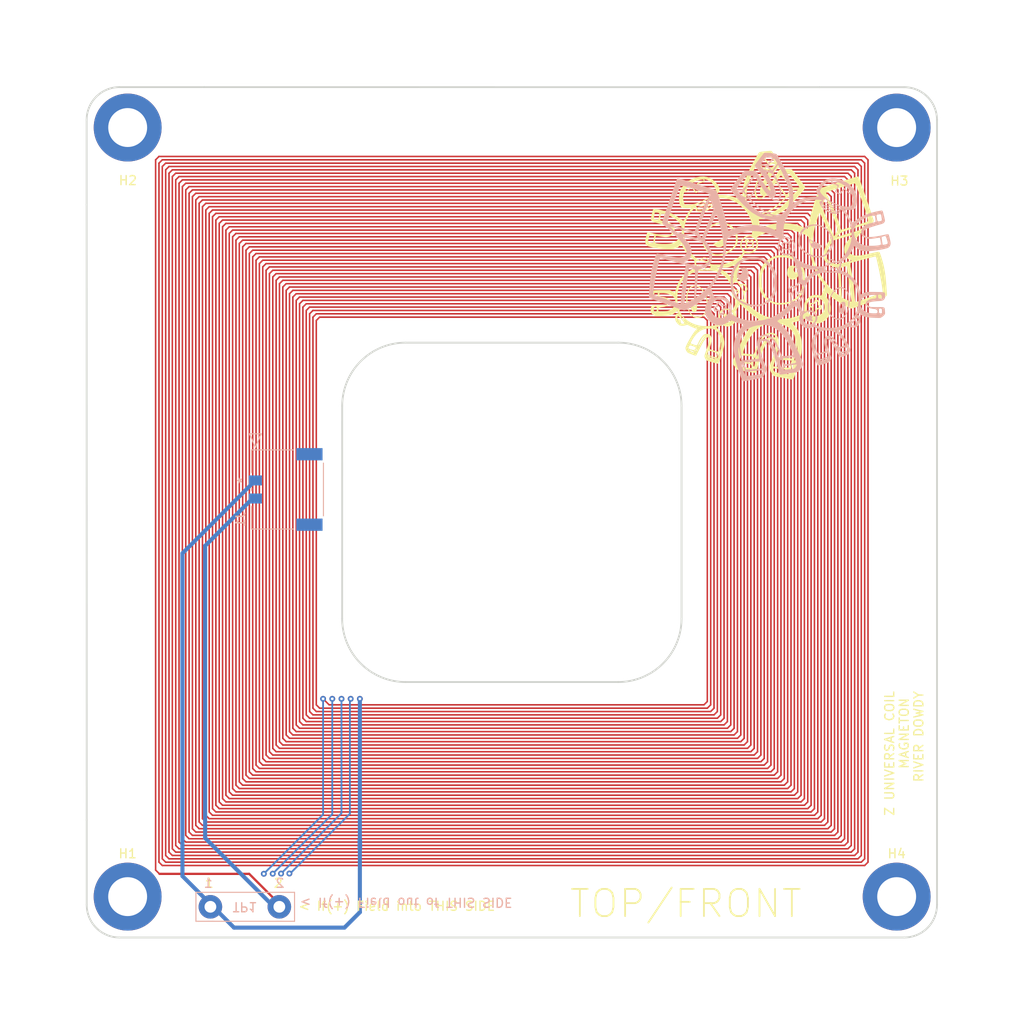
<source format=kicad_pcb>
(kicad_pcb (version 20240108) (generator "pcbnew") (generator_version "8.0")
  (title_block (title "Magneton") (date "2024-10-09") (rev "1.0") (comment 1 "Designed by: Eric Liu      ") (comment 2 "Retrofitted by: River Dowdy"))
  (layers (0 "F.Cu" signal) (1 "In1.Cu" signal) (2 "In2.Cu" signal) (3 "In3.Cu" signal) (4 "In4.Cu" signal) (31 "B.Cu" signal) (34 "B.Paste" user) (35 "F.Paste" user) (36 "B.SilkS" user "B.Silkscreen") (37 "F.SilkS" user "F.Silkscreen") (38 "B.Mask" user) (39 "F.Mask" user) (44 "Edge.Cuts" user))
  (net 0 "")
  (net 2 "COIL_1")
  (net 3 "COIL_2")
  (footprint "IMAGE_FOOTPRINTS:mk3smallmag" (layer "F.Cu") (at 175.204 69.074)
    (property "Reference" "G***" (hide yes))
    (property "Value" "LOGO" (hide yes))
  )
  (footprint "MountingHole:MountingHole_4.3mm_M4_DIN965_Pad_TopBottom" (layer "F.Cu") (at 189.637061 138.94894)
    (property "Reference" "H4" (at 0 -4.75 0) (layer "F.SilkS"))
    (property "Value" "~")
    (pad "1" thru_hole circle (at 0 0) (size 4.7 4.7) (drill 4.3) (layers "*.Cu" "*.Mask"))
    (pad "1" connect circle (at 0 0) (size 7.5 7.5) (layers "F.Cu" "F.Mask"))
    (pad "1" connect circle (at 0 0) (size 7.5 7.5) (layers "B.Cu" "B.Mask"))
  )
  (footprint "MountingHole:MountingHole_4.3mm_M4_DIN965_Pad_TopBottom" (layer "F.Cu") (at 104.641451 53.9418)
    (property "Reference" "H2" (at 0.022549 5.8522 0) (layer "F.SilkS"))
    (property "Value" "~")
    (pad "1" thru_hole circle (at 0 0) (size 4.7 4.7) (drill 4.3) (layers "*.Cu" "*.Mask"))
    (pad "1" connect circle (at 0 0) (size 7.5 7.5) (layers "F.Cu" "F.Mask"))
    (pad "1" connect circle (at 0 0) (size 7.5 7.5) (layers "B.Cu" "B.Mask"))
  )
  (footprint "MountingHole:MountingHole_4.3mm_M4_DIN965_Pad_TopBottom" (layer "F.Cu") (at 104.637051 138.94899)
    (property "Reference" "H1" (at 0 -4.75 0) (layer "F.SilkS"))
    (property "Value" "~" (hide yes))
    (pad "1" thru_hole circle (at 0 0) (size 4.7 4.7) (drill 4.3) (layers "*.Cu" "*.Mask"))
    (pad "1" connect circle (at 0 0) (size 7.5 7.5) (layers "F.Cu" "F.Mask"))
    (pad "1" connect circle (at 0 0) (size 7.5 7.5) (layers "B.Cu" "B.Mask"))
  )
  (footprint "MountingHole:MountingHole_4.3mm_M4_DIN965_Pad_TopBottom" (layer "F.Cu") (at 189.636861 53.94874)
    (property "Reference" "H3" (at 0.297139 5.89526 0) (layer "F.SilkS"))
    (property "Value" "~")
    (pad "1" thru_hole circle (at 0 0) (size 4.7 4.7) (drill 4.3) (layers "*.Cu" "*.Mask"))
    (pad "1" connect circle (at 0 0) (size 7.5 7.5) (layers "F.Cu" "F.Mask"))
    (pad "1" connect circle (at 0 0) (size 7.5 7.5) (layers "B.Cu" "B.Mask"))
  )
  (footprint "ssi_connector:TestPointConnection" (layer "B.Cu") (at 117.604 139.574)
    (property "Reference" "TP1" (at 0 0.5 180) (layer "B.SilkS") (effects (justify mirror)))
    (property "Value" "Start/End of Coil Series" (hide yes))
    (pad "1" thru_hole circle (at -3.82 0.5) (size 2.6 2.6) (drill 1.3) (layers "*.Cu" "*.Mask") (net 2 "COIL_1"))
    (pad "2" thru_hole circle (at 3.8 0.5) (size 2.6 2.6) (drill 1.3) (layers "*.Cu" "*.Mask") (net 3 "COIL_2"))
  )
  (footprint "ssi_connector:Molex_205338-0002" (layer "B.Cu") (at 118.754001 92.945501 90)
    (property "Reference" "J1" (at -4.305002 -1.625001 90) (layer "B.SilkS") (effects (justify mirror)))
    (property "Value" "2053380002" (hide yes))
    (fp_text user "*" (at -0.01 -1.43 90) (layer "B.SilkS") (effects (justify mirror)))
    (pad "1" smd rect (at 0 0 90) (size 1.1 1.45) (layers "B.Cu" "B.Paste" "B.Mask") (net 2 "COIL_1"))
    (pad "2" smd rect (at -2.000001 0 90) (size 1.1 1.45) (layers "B.Cu" "B.Paste" "B.Mask") (net 3 "COIL_2"))
    (pad "3" smd rect (at 2.894998 5.974999 90) (size 1.35 2.899999) (layers "B.Cu" "B.Paste" "B.Mask"))
    (pad "4" smd rect (at -4.894997 5.974999 90) (size 1.35 2.899999) (layers "B.Cu" "B.Paste" "B.Mask"))
  )
  (footprint "NetTie:NetTie-2_SMD_Pad0.5mm" (layer "B.Cu") (at 130.304 133.174 90)
    (property "Reference" "NT1" (hide yes))
    (property "Value" "NetTie_2" (hide yes))
    (fp_poly (pts (xy -0.5 0.25) (xy 0.5 0.25) (xy 0.5 -0.25) (xy -0.5 -0.25)) (fill solid) (layer "B.Cu"))
    (pad "1" smd circle (at -0.5 0 90) (size 0.5 0.5) (layers "B.Cu") (net 2 "COIL_1"))
    (pad "2" smd circle (at 0.5 0 90) (size 0.5 0.5) (layers "B.Cu") (net 3 "COIL_2"))
  )
  (footprint "IMAGE_FOOTPRINTS:mk3smallmag" (layer "B.Cu") (at 175.604 69.274 180)
    (property "Reference" "G***" (hide yes))
    (property "Value" "LOGO" (hide yes))
  )
  (gr_line (start 113.104 49.474) (end 103.731 49.474) (stroke (width 0.2)) (layer "Edge.Cuts"))
  (gr_line (start 100.104142 53.100879) (end 100.104142 62.473878) (stroke (width 0.2)) (layer "Edge.Cuts"))
  (gr_line (start 158.859162 77.718744) (end 135.353012 77.718744) (stroke (width 0.2)) (layer "Edge.Cuts"))
  (gr_line (start 128.353058 84.71775) (end 128.349861 108.228033) (stroke (width 0.2)) (layer "Edge.Cuts"))
  (gr_curve (pts (xy 100.112 139.846884) (xy 100.112001 141.850114) (xy 101.72777 143.465881) (xy 103.731 143.465881)) (stroke (width 0.2)) (layer "Edge.Cuts"))
  (gr_arc (start 128.353058 84.71775) (mid 130.403634 79.76865) (end 135.353012 77.718744) (stroke (width 0.2)) (layer "Edge.Cuts"))
  (gr_line (start 165.859131 108.228972) (end 165.859131 84.70814) (stroke (width 0.2)) (layer "Edge.Cuts"))
  (gr_curve (pts (xy 101.166416 50.536289) (xy 100.486146 51.216564) (xy 100.104136 52.138829) (xy 100.104142 53.100879)) (stroke (width 0.2)) (layer "Edge.Cuts"))
  (gr_arc (start 158.859162 77.718744) (mid 163.805137 79.765263) (end 165.859131 84.70814) (stroke (width 0.2)) (layer "Edge.Cuts"))
  (gr_curve (pts (xy 190.477001 143.465881) (xy 192.480231 143.465881) (xy 194.096 141.850114) (xy 194.096001 139.846884)) (stroke (width 0.2)) (layer "Edge.Cuts"))
  (gr_line (start 135.349862 115.228985) (end 158.867488 115.228985) (stroke (width 0.2)) (layer "Edge.Cuts"))
  (gr_line (start 190.477001 49.481858) (end 181.104001 49.481858) (stroke (width 0.2)) (layer "Edge.Cuts"))
  (gr_curve (pts (xy 103.731 49.474) (xy 102.76895 49.474) (xy 101.846686 49.856016) (xy 101.166416 50.536289)) (stroke (width 0.2)) (layer "Edge.Cuts"))
  (gr_line (start 194.096001 139.846884) (end 194.096001 53.100879) (stroke (width 0.2)) (layer "Edge.Cuts"))
  (gr_arc (start 135.349862 115.228985) (mid 130.399787 113.178387) (end 128.349861 108.228033) (stroke (width 0.2)) (layer "Edge.Cuts"))
  (gr_curve (pts (xy 193.036028 50.541846) (xy 192.357231 49.863043) (xy 191.43697 49.481858) (xy 190.477001 49.481858)) (stroke (width 0.2)) (layer "Edge.Cuts"))
  (gr_line (start 181.104001 49.481858) (end 113.104 49.474) (stroke (width 0.2)) (layer "Edge.Cuts"))
  (gr_line (start 100.104142 62.473878) (end 100.112 130.47386) (stroke (width 0.2)) (layer "Edge.Cuts"))
  (gr_line (start 100.112 130.47386) (end 100.112 139.846884) (stroke (width 0.2)) (layer "Edge.Cuts"))
  (gr_arc (start 165.859131 108.228972) (mid 163.811833 113.17577) (end 158.867488 115.228985) (stroke (width 0.2)) (layer "Edge.Cuts"))
  (gr_curve (pts (xy 194.096001 53.100879) (xy 194.096006 52.14091) (xy 193.714827 51.220649) (xy 193.036028 50.541846)) (stroke (width 0.2)) (layer "Edge.Cuts"))
  (gr_line (start 103.731 143.465881) (end 190.477001 143.465881) (stroke (width 0.2)) (layer "Edge.Cuts"))
  (gr_text "2\n" (at 120.904 138.049 -0) (layer "B.SilkS") (effects (font (size 1 1)) (justify right bottom mirror)))
  (gr_text "< If(+) Field out of THIS SIDE" (at 147.2565 139.0015 180) (layer "B.SilkS") (effects (font (size 1 1)) (justify right bottom mirror)))
  (gr_text "1" (at 112.9665 138.049 -0) (layer "B.SilkS") (effects (font (size 1 1)) (justify right bottom mirror)))
  (gr_text "TOP/FRONT\n\n" (at 179.324 146.304 0) (layer "F.SilkS") (effects (font (size 3 3) (thickness 0.2)) (justify right bottom)))
  (gr_text "1" (at 114.2365 138.049 0) (layer "F.SilkS") (effects (font (size 1 1)) (justify right bottom)))
  (gr_text "2\n" (at 121.8565 138.049 0) (layer "F.SilkS") (effects (font (size 1 1)) (justify right bottom)))
  (gr_text "< If(+) Field into THIS SIDE" (at 145.3515 140.589 0) (layer "F.SilkS") (effects (font (size 1 1)) (justify right bottom)))
  (gr_text "Z UNIVERSAL COIL\nMAGNETON \nRIVER DOWDY" (at 192.659 116.1415 90) (layer "F.SilkS") (effects (font (size 1 1)) (justify right bottom)))
  (segment (start 128.604 142.374) (end 116.394 142.374) (width 0.45) (layer "B.Cu") (net 2))
  (segment (start 110.694 136.674) (end 110.694 101.005502) (width 0.45) (layer "B.Cu") (net 2))
  (segment (start 130.304 140.674) (end 128.604 142.374) (width 0.45) (layer "B.Cu") (net 2))
  (segment (start 110.694 101.005502) (end 118.754001 92.945501) (width 0.45) (layer "B.Cu") (net 2))
  (segment (start 116.394 142.374) (end 113.794 139.774) (width 0.45) (layer "B.Cu") (net 2))
  (segment (start 113.794 139.774) (end 110.694 136.674) (width 0.45) (layer "B.Cu") (net 2))
  (segment (start 130.304 133.674) (end 130.304 140.674) (width 0.45) (layer "B.Cu") (net 2))
  (segment (start 117.349 126.629) (end 116.979 126.259) (width 0.17) (layer "F.Cu") (net 3))
  (segment (start 114.759 129.219) (end 114.389 128.849) (width 0.17) (layer "F.Cu") (net 3))
  (segment (start 112.909 62.689) (end 112.909 130.329) (width 0.17) (layer "F.Cu") (net 3))
  (segment (start 170.189 73.049) (end 170.559 73.419) (width 0.17) (layer "F.Cu") (net 3))
  (segment (start 182.028999 61.209) (end 182.398999 61.579) (width 0.17) (layer "F.Cu") (net 3))
  (segment (start 186.469 57.509) (end 186.469 135.139) (width 0.17) (layer "F.Cu") (net 3))
  (segment (start 180.549 129.219) (end 180.179 129.589) (width 0.17) (layer "F.Cu") (net 3))
  (segment (start 112.909 61.949) (end 181.289 61.949) (width 0.17) (layer "F.Cu") (net 3))
  (segment (start 174.999 124.409) (end 119.569 124.409) (width 0.17) (layer "F.Cu") (net 3))
  (segment (start 120.679 123.299) (end 120.309 122.929) (width 0.17) (layer "F.Cu") (net 3))
  (segment (start 169.448999 73.789) (end 169.819 74.159) (width 0.17) (layer "F.Cu") (net 3))
  (segment (start 183.138999 60.839) (end 183.138999 131.809) (width 0.17) (layer "F.Cu") (net 3))
  (segment (start 111.429 60.469) (end 182.768999 60.469) (width 0.17) (layer "F.Cu") (net 3))
  (segment (start 179.439 128.849) (end 115.129 128.849) (width 0.17) (layer "F.Cu") (net 3))
  (segment (start 110.689 60.469) (end 110.689 132.549) (width 0.17) (layer "F.Cu") (net 3))
  (segment (start 109.949 58.989) (end 184.249 58.989) (width 0.17) (layer "F.Cu") (net 3))
  (segment (start 118.074 136.434) (end 121.414 139.774) (width 0.25) (layer "F.Cu") (net 3))
  (segment (start 125.489 117.748999) (end 125.489 75.269) (width 0.17) (layer "F.Cu") (net 3))
  (segment (start 184.619 58.619) (end 184.989 58.989) (width 0.17) (layer "F.Cu") (net 3))
  (segment (start 108.839 58.619) (end 109.209 58.249) (width 0.17) (layer "F.Cu") (net 3))
  (segment (start 186.469 135.139) (end 186.099 135.509) (width 0.17) (layer "F.Cu") (net 3))
  (segment (start 170.559 72.679) (end 170.929 73.049) (width 0.17) (layer "F.Cu") (net 3))
  (segment (start 118.089 67.129) (end 176.109 67.129) (width 0.17) (layer "F.Cu") (net 3))
  (segment (start 180.179 129.589) (end 114.389 129.589) (width 0.17) (layer "F.Cu") (net 3))
  (segment (start 178.698999 128.109) (end 115.869 128.109) (width 0.17) (layer "F.Cu") (net 3))
  (segment (start 119.939 124.039) (end 119.569 123.669) (width 0.17) (layer "F.Cu") (net 3))
  (segment (start 111.429 61.209) (end 111.799 60.839) (width 0.17) (layer "F.Cu") (net 3))
  (segment (start 184.619 134.029) (end 109.949 134.029) (width 0.17) (layer "F.Cu") (net 3))
  (segment (start 114.019 129.959) (end 113.649 129.589) (width 0.17) (layer "F.Cu") (net 3))
  (segment (start 177.959 66.019) (end 177.959 126.629) (width 0.17) (layer "F.Cu") (net 3))
  (segment (start 179.809 129.219) (end 114.759 129.219) (width 0.17) (layer "F.Cu") (net 3))
  (segment (start 124.749 119.229) (end 124.379 118.859) (width 0.17) (layer "F.Cu") (net 3))
  (segment (start 125.119 74.159) (end 169.078999 74.159) (width 0.17) (layer "F.Cu") (net 3))
  (segment (start 183.508999 132.179) (end 183.138999 132.549) (width 0.17) (layer "F.Cu") (net 3))
  (segment (start 183.879 133.289) (end 110.689 133.289) (width 0.17) (layer "F.Cu") (net 3))
  (segment (start 180.549 129.959) (end 114.019 129.959) (width 0.17) (layer "F.Cu") (net 3))
  (segment (start 125.859 118.119) (end 125.489 117.749) (width 0.17) (layer "F.Cu") (net 3))
  (segment (start 120.309 69.349) (end 173.888999 69.349) (width 0.17) (layer "F.Cu") (net 3))
  (segment (start 169.078999 74.899) (end 169.078999 117.749) (width 0.17) (layer "F.Cu") (net 3))
  (segment (start 169.819 118.489) (end 169.448999 118.859) (width 0.17) (layer "F.Cu") (net 3))
  (segment (start 112.539 62.319) (end 112.539 130.699) (width 0.17) (layer "F.Cu") (net 3))
  (segment (start 177.589 126.999) (end 116.979 126.999) (width 0.17) (layer "F.Cu") (net 3))
  (segment (start 118.089 67.869) (end 118.459 67.499) (width 0.17) (layer "F.Cu") (net 3))
  (segment (start 124.749 74.529) (end 124.749 118.489) (width 0.17) (layer "F.Cu") (net 3))
  (segment (start 172.039 71.199) (end 172.409 71.569) (width 0.17) (layer "F.Cu") (net 3))
  (segment (start 113.649 63.429) (end 114.019 63.059) (width 0.17) (layer "F.Cu") (net 3))
  (segment (start 172.779 121.449) (end 172.409 121.819) (width 0.17) (layer "F.Cu") (net 3))
  (segment (start 184.619 133.289) (end 184.249 133.659) (width 0.17) (layer "F.Cu") (net 3))
  (segment (start 177.959 126.629) (end 177.589 126.999) (width 0.17) (layer "F.Cu") (net 3))
  (segment (start 174.629 68.609) (end 174.999 68.979) (width 0.17) (layer "F.Cu") (net 3))
  (segment (start 125.489 118.489) (end 125.119 118.119) (width 0.17) (layer "F.Cu") (net 3))
  (segment (start 176.479 67.499) (end 176.479 125.149) (width 0.17) (layer "F.Cu") (net 3))
  (segment (start 185.359 134.029) (end 184.989 134.399) (width 0.17) (layer "F.Cu") (net 3))
  (segment (start 184.249 133.659) (end 110.319 133.659) (width 0.17) (layer "F.Cu") (net 3))
  (segment (start 172.409 71.569) (end 172.409 121.079) (width 0.17) (layer "F.Cu") (net 3))
  (segment (start 183.509 132.919) (end 111.059 132.919) (width 0.17) (layer "F.Cu") (net 3))
  (segment (start 122.159 121.819) (end 121.789 121.449) (width 0.17) (layer "F.Cu") (net 3))
  (segment (start 109.579 134.399) (end 109.209 134.029) (width 0.17) (layer "F.Cu") (net 3))
  (segment (start 122.159 71.939) (end 122.529 71.569) (width 0.17) (layer "F.Cu") (net 3))
  (segment (start 119.939 69.719) (end 119.939 123.299) (width 0.17) (layer "F.Cu") (net 3))
  (segment (start 173.148999 70.089) (end 173.518999 70.459) (width 0.17) (layer "F.Cu") (net 3))
  (segment (start 109.209 134.029) (end 109.209 58.989) (width 0.17) (layer "F.Cu") (net 3))
  (segment (start 168.708999 74.529) (end 169.078999 74.899) (width 0.17) (layer "F.Cu") (net 3))
  (segment (start 182.768999 132.179) (end 111.799 132.179) (width 0.17) (layer "F.Cu") (net 3))
  (segment (start 181.659 62.319) (end 181.659 130.329) (width 0.17) (layer "F.Cu") (net 3))
  (segment (start 108.469 135.509) (end 108.099 135.139) (width 0.17) (layer "F.Cu") (net 3))
  (segment (start 125.119 118.859) (end 124.749 118.489) (width 0.17) (layer "F.Cu") (net 3))
  (segment (start 170.559 73.419) (end 170.559 119.229) (width 0.17) (layer "F.Cu") (net 3))
  (segment (start 115.499 65.279) (end 115.499 127.739) (width 0.17) (layer "F.Cu") (net 3))
  (segment (start 173.149 70.829) (end 173.149 121.819) (width 0.17) (layer "F.Cu") (net 3))
  (segment (start 178.698999 65.279) (end 178.698999 127.369) (width 0.17) (layer "F.Cu") (net 3))
  (segment (start 180.919 62.319) (end 181.289 62.689) (width 0.17) (layer "F.Cu") (net 3))
  (segment (start 170.929 120.339) (end 123.639 120.339) (width 0.17) (layer "F.Cu") (net 3))
  (segment (start 171.299 120.709) (end 123.269 120.709) (width 0.17) (layer "F.Cu") (net 3))
  (segment (start 172.779 122.189) (end 121.789 122.189) (width 0.17) (layer "F.Cu") (net 3))
  (segment (start 173.518999 70.459) (end 173.518999 122.189) (width 0.17) (layer "F.Cu") (net 3))
  (segment (start 175.369 124.779) (end 119.199 124.779) (width 0.17) (layer "F.Cu") (net 3))
  (segment (start 177.958999 65.279) (end 178.328999 65.649) (width 0.17) (layer "F.Cu") (net 3))
  (segment (start 168.709 75.269) (end 168.709 117.379) (width 0.17) (layer "F.Cu") (net 3))
  (segment (start 174.629 123.299) (end 174.259 123.669) (width 0.17) (layer "F.Cu") (net 3))
  (segment (start 115.499 128.479) (end 115.129 128.109) (width 0.17) (layer "F.Cu") (net 3))
  (segment (start 111.429 61.209) (end 111.429 131.809) (width 0.17) (layer "F.Cu") (net 3))
  (segment (start 115.499 64.539) (end 178.698999 64.539) (width 0.17) (layer "F.Cu") (net 3))
  (segment (start 116.609 66.389) (end 116.979 66.019) (width 0.17) (layer "F.Cu") (net 3))
  (segment (start 174.259 68.979) (end 174.629 69.349) (width 0.17) (layer "F.Cu") (net 3))
  (segment (start 116.609 66.389) (end 116.609 126.629) (width 0.17) (layer "F.Cu") (net 3))
  (segment (start 180.179 63.799) (end 180.179 128.849) (width 0.17) (layer "F.Cu") (net 3))
  (segment (start 169.819 74.159) (end 169.819 118.489) (width 0.17) (layer "F.Cu") (net 3))
  (segment (start 179.809 64.169) (end 179.809 128.479) (width 0.17) (layer "F.Cu") (net 3))
  (segment (start 172.779 71.199) (end 172.779 121.449) (width 0.17) (layer "F.Cu") (net 3))
  (segment (start 114.389 63.429) (end 179.809 63.429) (width 0.17) (layer "F.Cu") (net 3))
  (segment (start 123.639 73.419) (end 124.009 73.049) (width 0.17) (layer "F.Cu") (net 3))
  (segment (start 114.759 64.539) (end 115.129 64.169) (width 0.17) (layer "F.Cu") (net 3))
  (segment (start 116.239 65.279) (end 177.958999 65.279) (width 0.17) (layer "F.Cu") (net 3))
  (segment (start 183.509 59.729) (end 183.879 60.099) (width 0.17) (layer "F.Cu") (net 3))
  (segment (start 179.809 63.429) (end 180.179 63.799) (width 0.17) (layer "F.Cu") (net 3))
  (segment (start 184.249 132.919) (end 183.879 133.289) (width 0.17) (layer "F.Cu") (net 3))
  (segment (start 169.078999 118.489) (end 125.489 118.489) (width 0.17) (layer "F.Cu") (net 3))
  (segment (start 122.899 72.679) (end 123.269 72.309) (width 0.17) (layer "F.Cu") (net 3))
  (segment (start 120.679 70.459) (end 121.049 70.089) (width 0.17) (layer "F.Cu") (net 3))
  (segment (start 116.609 127.369) (end 116.239 126.999) (width 0.17) (layer "F.Cu") (net 3))
  (segment (start 111.799 61.579) (end 112.169 61.209) (width 0.17) (layer "F.Cu") (net 3))
  (segment (start 115.129 64.169) (end 179.069 64.169) (width 0.17) (layer "F.Cu") (net 3))
  (segment (start 183.879 132.549) (end 183.509 132.919) (width 0.17) (layer "F.Cu") (net 3))
  (segment (start 172.409 121.819) (end 122.159 121.819) (width 0.17) (layer "F.Cu") (net 3))
  (segment (start 177.219 66.019) (end 177.589 66.389) (width 0.17) (layer "F.Cu") (net 3))
  (segment (start 178.698999 127.369) (end 178.328999 127.739) (width 0.17) (layer "F.Cu") (net 3))
  (segment (start 168.709 117.379) (end 168.339 117.749) (width 0.17) (layer "F.Cu") (net 3))
  (segment (start 172.409 121.079) (end 172.039 121.449) (width 0.17) (layer "F.Cu") (net 3))
  (segment (start 176.849 67.129) (end 176.849 125.519) (width 0.17) (layer "F.Cu") (net 3))
  (segment (start 185.359 57.879) (end 185.729 58.249) (width 0.17) (layer "F.Cu") (net 3))
  (segment (start 173.888999 69.349) (end 174.258999 69.719) (width 0.17) (layer "F.Cu") (net 3))
  (segment (start 172.039 121.449) (end 122.529 121.449) (width 0.17) (layer "F.Cu") (net 3))
  (segment (start 124.379 73.419) (end 169.819 73.419) (width 0.17) (layer "F.Cu") (net 3))
  (segment (start 179.069 128.479) (end 115.499 128.479) (width 0.17) (layer "F.Cu") (net 3))
  (segment (start 172.779 70.459) (end 173.149 70.829) (width 0.17) (layer "F.Cu") (net 3))
  (segment (start 119.939 68.979) (end 174.259 68.979) (width 0.17) (layer "F.Cu") (net 3))
  (segment (start 122.899 121.079) (end 122.529 120.709) (width 0.17) (layer "F.Cu") (net 3))
  (segment (start 124.379 74.159) (end 124.749 73.789) (width 0.17) (layer "F.Cu") (net 3))
  (segment (start 110.689 60.469) (end 111.059 60.099) (width 0.17) (layer "F.Cu") (net 3))
  (segment (start 112.909 62.689) (end 113.279 62.319) (width 0.17) (layer "F.Cu") (net 3))
  (segment (start 124.009 73.789) (end 124.009 119.229) (width 0.17) (layer "F.Cu") (net 3))
  (segment (start 118.459 68.239) (end 118.829 67.869) (width 0.17) (layer "F.Cu") (net 3))
  (segment (start 112.539 62.319) (end 112.909 61.949) (width 0.17) (layer "F.Cu") (net 3))
  (segment (start 113.279 63.059) (end 113.649 62.689) (width 0.17) (layer "F.Cu") (net 3))
  (segment (start 178.328999 126.999) (end 177.958999 127.369) (width 0.17) (layer "F.Cu") (net 3))
  (segment (start 172.039 71.939) (end 172.039 120.709) (width 0.17) (layer "F.Cu") (net 3))
  (segment (start 182.768999 61.209) (end 182.768999 131.439) (width 0.17) (layer "F.Cu") (net 3))
  (segment (start 186.099 57.139) (end 186.469 57.509) (width 0.17) (layer "F.Cu") (net 3))
  (segment (start 185.729 58.249) (end 185.729 134.399) (width 0.17) (layer "F.Cu") (net 3))
  (segment (start 112.169 61.949) (end 112.539 61.579) (width 0.17) (layer "F.Cu") (net 3))
  (segment (start 181.289 129.959) (end 180.919 130.329) (width 0.17) (layer "F.Cu") (net 3))
  (segment (start 171.299 72.679) (end 171.299 119.969) (width 0.17) (layer "F.Cu") (net 3))
  (segment (start 115.129 64.909) (end 115.499 64.539) (width 0.17) (layer "F.Cu") (net 3))
  (segment (start 111.059 132.919) (end 110.689 132.549) (width 0.17) (layer "F.Cu") (net 3))
  (segment (start 182.398999 131.809) (end 112.169 131.809) (width 0.17) (layer "F.Cu") (net 3))
  (segment (start 113.649 63.429) (end 113.649 129.589) (width 0.17) (layer "F.Cu") (net 3))
  (segment (start 173.888999 122.559) (end 173.518999 122.929) (width 0.17) (layer "F.Cu") (net 3))
  (segment (start 175.739 125.149) (end 118.829 125.149) (width 0.17) (layer "F.Cu") (net 3))
  (segment (start 118.829 125.149) (end 118.459 124.779) (width 0.17) (layer "F.Cu") (net 3))
  (segment (start 169.819 73.419) (end 170.189 73.789) (width 0.17) (layer "F.Cu") (net 3))
  (segment (start 111.059 60.839) (end 111.059 132.179) (width 0.17) (layer "F.Cu") (net 3))
  (segment (start 174.999 123.669) (end 174.629 124.039) (width 0.17) (layer "F.Cu") (net 3))
  (segment (start 120.679 69.719) (end 173.518999 69.719) (width 0.17) (layer "F.Cu") (net 3))
  (segment (start 124.749 73.789) (end 169.448999 73.789) (width 0.17) (layer "F.Cu") (net 3))
  (segment (start 183.138999 132.549) (end 111.429 132.549) (width 0.17) (layer "F.Cu") (net 3))
  (segment (start 183.879 59.359) (end 184.249 59.729) (width 0.17) (layer "F.Cu") (net 3))
  (segment (start 111.059 60.099) (end 183.138999 60.099) (width 0.17) (layer "F.Cu") (net 3))
  (segment (start 121.789 71.569) (end 122.159 71.199) (width 0.17) (layer "F.Cu") (net 3))
  (segment (start 109.579 58.619) (end 184.619 58.619) (width 0.17) (layer "F.Cu") (net 3))
  (segment (start 169.448999 118.119) (end 169.078999 118.489) (width 0.17) (layer "F.Cu") (net 3))
  (segment (start 125.119 74.899) (end 125.119 118.119) (width 0.17) (layer "F.Cu") (net 3))
  (segment (start 184.989 133.659) (end 184.619 134.029) (width 0.17) (layer "F.Cu") (net 3))
  (segment (start 182.768999 60.469) (end 183.138999 60.839) (width 0.17) (layer "F.Cu") (net 3))
  (segment (start 125.489 74.529) (end 168.708999 74.529) (width 0.17) (layer "F.Cu") (net 3))
  (segment (start 175.369 68.609) (end 175.369 124.039) (width 0.17) (layer "F.Cu") (net 3))
  (segment (start 109.579 59.359) (end 109.579 133.658999) (width 0.17) (layer "F.Cu") (net 3))
  (segment (start 177.589 65.649) (end 177.959 66.019) (width 0.17) (layer "F.Cu") (net 3))
  (segment (start 116.979 66.759) (end 116.979 126.259) (width 0.17) (layer "F.Cu") (net 3))
  (segment (start 119.199 68.239) (end 174.999 68.239) (width 0.17) (layer "F.Cu") (net 3))
  (segment (start 176.109 125.519) (end 118.459 125.519) (width 0.17) (layer "F.Cu") (net 3))
  (segment (start 114.389 64.169) (end 114.759 63.799) (width 0.17) (layer "F.Cu") (net 3))
  (segment (start 177.219 126.629) (end 117.349 126.629) (width 0.17) (layer "F.Cu") (net 3))
  (segment (start 180.179 128.849) (end 179.809 129.219) (width 0.17) (layer "F.Cu") (net 3))
  (segment (start 124.009 73.049) (end 170.189 73.049) (width 0.17) (layer "F.Cu") (net 3))
  (segment (start 117.719 67.499) (end 117.719 125.519) (width 0.17) (layer "F.Cu") (net 3))
  (segment (start 114.759 63.799) (end 179.439 63.799) (width 0.17) (layer "F.Cu") (net 3))
  (segment (start 170.559 119.969) (end 124.009 119.969) (width 0.17) (layer "F.Cu") (net 3))
  (segment (start 176.479 125.889) (end 118.089 125.889) (width 0.17) (layer "F.Cu") (net 3))
  (segment (start 110.319 59.359) (end 183.879 59.359) (width 0.17) (layer "F.Cu") (net 3))
  (segment (start 180.919 129.589) (end 180.549 129.959) (width 0.17) (layer "F.Cu") (net 3))
  (segment (start 175.739 67.499) (end 176.109 67.869) (width 0.17) (layer "F.Cu") (net 3))
  (segment (start 182.768999 131.439) (end 182.398999 131.809) (width 0.17) (layer "F.Cu") (net 3))
  (segment (start 182.398999 61.579) (end 182.398999 131.069) (width 0.17) (layer "F.Cu") (net 3))
  (segment (start 170.929 73.049) (end 170.929 119.599) (width 0.17) (layer "F.Cu") (net 3))
  (segment (start 121.789 71.569) (end 121.789 121.449) (width 0.17) (layer "F.Cu") (net 3))
  (segment (start 185.729 57.509) (end 186.099 57.879) (width 0.17) (layer "F.Cu") (net 3))
  (segment (start 118.089 125.889) (end 117.719 125.519) (width 0.17) (layer "F.Cu") (net 3))
  (segment (start 168.708999 118.119) (end 125.859 118.119) (width 0.17) (layer "F.Cu") (net 3))
  (segment (start 124.009 119.969) (end 123.639 119.599) (width 0.17) (layer "F.Cu") (net 3))
  (segment (start 176.109 124.779) (end 175.739 125.149) (width 0.17) (layer "F.Cu") (net 3))
  (segment (start 181.659 131.069) (end 112.909 131.069) (width 0.17) (layer "F.Cu") (net 3))
  (segment (start 121.049 70.829) (end 121.049 122.188999) (width 0.17) (layer "F.Cu") (net 3))
  (segment (start 179.069 127.739) (end 178.698999 128.109) (width 0.17) (layer "F.Cu") (net 3))
  (segment (start 176.479 66.759) (end 176.849 67.129) (width 0.17) (layer "F.Cu") (net 3))
  (segment (start 178.328999 127.739) (end 116.239 127.739) (width 0.17) (layer "F.Cu") (net 3))
  (segment (start 176.849 125.519) (end 176.479 125.889) (width 0.17) (layer "F.Cu") (net 3))
  (segment (start 107.944 136.224) (end 108.154 136.434) (width 0.17) (layer "F.Cu") (net 3))
  (segment (start 119.569 69.349) (end 119.569 123.669) (width 0.17) (layer "F.Cu") (net 3))
  (segment (start 173.518999 122.929) (end 121.049 122.929) (width 0.17) (layer "F.Cu") (net 3))
  (segment (start 173.888999 123.299) (end 120.679 123.299) (width 0.17) (layer "F.Cu") (net 3))
  (segment (start 107.944 136.224) (end 107.729 136.009) (width 0.17) (layer "F.Cu") (net 3))
  (segment (start 184.989 58.249) (end 185.359 58.619) (width 0.17) (layer "F.Cu") (net 3))
  (segment (start 109.949 59.729) (end 109.949 133.288999) (width 0.17) (layer "F.Cu") (net 3))
  (segment (start 181.289 61.949) (end 181.659 62.319) (width 0.17) (layer "F.Cu") (net 3))
  (segment (start 119.569 68.609) (end 174.629 68.609) (width 0.17) (layer "F.Cu") (net 3))
  (segment (start 123.269 72.309) (end 170.929 72.309) (width 0.17) (layer "F.Cu") (net 3))
  (segment (start 118.829 67.869) (end 175.369 67.869) (width 0.17) (layer "F.Cu") (net 3))
  (segment (start 122.529 121.449) (end 122.159 121.079) (width 0.17) (layer "F.Cu") (net 3))
  (segment (start 112.909 131.069) (end 112.539 130.699) (width 0.17) (layer "F.Cu") (net 3))
  (segment (start 109.209 58.249) (end 184.989 58.249) (width 0.17) (layer "F.Cu") (net 3))
  (segment (start 118.829 68.609) (end 118.829 124.408999) (width 0.17) (layer "F.Cu") (net 3))
  (segment (start 117.719 126.259) (end 117.349 125.889) (width 0.17) (layer "F.Cu") (net 3))
  (segment (start 119.199 68.979) (end 119.199 124.038999) (width 0.17) (layer "F.Cu") (net 3))
  (segment (start 115.129 128.849) (end 114.759 128.479) (width 0.17) (layer "F.Cu") (net 3))
  (segment (start 118.459 68.239) (end 118.459 124.779) (width 0.17) (layer "F.Cu") (net 3))
  (segment (start 122.899 72.679) (end 122.899 120.339) (width 0.17) (layer "F.Cu") (net 3))
  (segment (start 125.859 74.899) (end 168.339 74.899) (width 0.17) (layer "F.Cu") (net 3))
  (segment (start 184.249 59.729) (end 184.249 132.919) (width 0.17) (layer "F.Cu") (net 3))
  (segment (start 122.529 72.309) (end 122.899 71.939) (width 0.17) (layer "F.Cu") (net 3))
  (segment (start 110.319 133.659) (end 109.949 133.289) (width 0.17) (layer "F.Cu") (net 3))
  (segment (start 172.039 120.709) (end 171.669 121.079) (width 0.17) (layer "F.Cu") (net 3))
  (segment (start 117.349 67.129) (end 117.719 66.759) (width 0.17) (layer "F.Cu") (net 3))
  (segment (start 185.359 134.769) (end 109.209 134.769) (width 0.17) (layer "F.Cu") (net 3))
  (segment (start 125.119 74.899) (end 125.489 74.529) (width 0.17) (layer "F.Cu") (net 3))
  (segment (start 122.159 71.199) (end 172.039 71.199) (width 0.17) (layer "F.Cu") (net 3))
  (segment (start 184.619 59.359) (end 184.619 133.289) (width 0.17) (layer "F.Cu") (net 3))
  (segment (start 169.448999 118.859) (end 125.119 118.859) (width 0.17) (layer "F.Cu") (net 3))
  (segment (start 121.419 122.559) (end 121.049 122.189) (width 0.17) (layer "F.Cu") (net 3))
  (segment (start 111.799 61.579) (end 111.799 131.438999) (width 0.17) (layer "F.Cu") (net 3))
  (segment (start 179.439 63.799) (end 179.809 64.169) (width 0.17) (layer "F.Cu") (net 3))
  (segment (start 122.529 72.309) (end 122.529 120.709) (width 0.17) (layer "F.Cu") (net 3))
  (segment (start 185.359 58.619) (end 185.359 134.029) (width 0.17) (layer "F.Cu") (net 3))
  (segment (start 108.099 135.139) (end 108.099 57.879) (width 0.17) (layer "F.Cu") (net 3))
  (segment (start 123.639 72.679) (end 170.559 72.679) (width 0.17) (layer "F.Cu") (net 3))
  (segment (start 121.049 122.929) (end 120.679 122.559) (width 0.17) (layer "F.Cu") (net 3))
  (segment (start 119.199 68.979) (end 119.569 68.609) (width 0.17) (layer "F.Cu") (net 3))
  (segment (start 121.419 70.459) (end 172.779 70.459) (width 0.17) (layer "F.Cu") (net 3))
  (segment (start 178.698999 64.539) (end 179.069 64.909) (width 0.17) (layer "F.Cu") (net 3))
  (segment (start 173.148999 122.559) (end 121.419 122.559) (width 0.17) (layer "F.Cu") (net 3))
  (segment (start 108.469 58.249) (end 108.839 57.879) (width 0.17) (layer "F.Cu") (net 3))
  (segment (start 174.629 124.039) (end 119.939 124.039) (width 0.17) (layer "F.Cu") (net 3))
  (segment (start 170.189 118.859) (end 169.819 119.229) (width 0.17) (layer "F.Cu") (net 3))
  (segment (start 114.019 63.799) (end 114.019 129.218999) (width 0.17) (layer "F.Cu") (net 3))
  (segment (start 110.689 133.289) (end 110.319 132.919) (width 0.17) (layer "F.Cu") (net 3))
  (segment (start 121.049 70.089) (end 173.148999 70.089) (width 0.17) (layer "F.Cu") (net 3))
  (segment (start 174.999 68.979) (end 174.999 123.669) (width 0.17) (layer "F.Cu") (net 3))
  (segment (start 174.258999 122.929) (end 173.888999 123.299) (width 0.17) (layer "F.Cu") (net 3))
  (segment (start 180.919 130.329) (end 113.649 130.329) (width 0.17) (layer "F.Cu") (net 3))
  (segment (start 184.989 134.399) (end 109.579 134.399) (width 0.17) (layer "F.Cu") (net 3))
  (segment (start 124.009 73.789) (end 124.379 73.419) (width 0.17) (layer "F.Cu") (net 3))
  (segment (start 180.919 63.059) (end 180.919 129.589) (width 0.17) (layer "F.Cu") (net 3))
  (segment (start 185.729 134.399) (end 185.359 134.769) (width 0.17) (layer "F.Cu") (net 3))
  (segment (start 113.649 130.329) (end 113.279 129.959) (width 0.17) (layer "F.Cu") (net 3))
  (segment (start 121.789 122.189) (end 121.419 121.819) (width 0.17) (layer "F.Cu") (net 3))
  (segment (start 114.019 63.059) (end 180.179 63.059) (width 0.17) (layer "F.Cu") (net 3))
  (segment (start 176.109 67.129) (end 176.479 67.499) (width 0.17) (layer "F.Cu") (net 3))
  (segment (start 186.099 134.769) (end 185.729 135.139) (width 0.17) (layer "F.Cu") (net 3))
  (segment (start 181.289 62.689) (end 181.289 129.959) (width 0.17) (layer "F.Cu") (net 3))
  (segment (start 182.398999 131.069) (end 182.028999 131.439) (width 0.17) (layer "F.Cu") (net 3))
  (segment (start 177.219 66.759) (end 177.219 125.889) (width 0.17) (layer "F.Cu") (net 3))
  (segment (start 183.508999 60.469) (end 183.508999 132.179) (width 0.17) (layer "F.Cu") (net 3))
  (segment (start 174.258999 69.719) (end 174.258999 122.929) (width 0.17) (layer "F.Cu") (net 3))
  (segment (start 182.398999 60.839) (end 182.768999 61.209) (width 0.17) (layer "F.Cu") (net 3))
  (segment (start 183.138999 60.099) (end 183.508999 60.469) (width 0.17) (layer "F.Cu") (net 3))
  (segment (start 109.949 134.029) (end 109.579 133.659) (width 0.17) (layer "F.Cu") (net 3))
  (segment (start 175.739 124.409) (end 175.369 124.779) (width 0.17) (layer "F.Cu") (net 3))
  (segment (start 110.319 60.099) (end 110.319 132.919) (width 0.17) (layer "F.Cu") (net 3))
  (segment (start 121.419 71.199) (end 121.789 70.829) (width 0.17) (layer "F.Cu") (net 3))
  (segment (start 119.569 69.349) (end 119.939 68.979) (width 0.17) (layer "F.Cu") (net 3))
  (segment (start 170.189 73.789) (end 170.189 118.859) (width 0.17) (layer "F.Cu") (net 3))
  (segment (start 109.579 59.359) (end 109.949 58.989) (width 0.17) (layer "F.Cu") (net 3))
  (segment (start 123.639 120.339) (end 123.269 119.969) (width 0.17) (layer "F.Cu") (net 3))
  (segment (start 179.809 128.479) (end 179.439 128.849) (width 0.17) (layer "F.Cu") (net 3))
  (segment (start 174.999 68.239) (end 175.369 68.609) (width 0.17) (layer "F.Cu") (net 3))
  (segment (start 123.269 73.049) (end 123.269 119.968999) (width 0.17) (layer "F.Cu") (net 3))
  (segment (start 181.659 61.579) (end 182.029 61.949) (width 0.17) (layer "F.Cu") (net 3))
  (segment (start 122.159 71.939) (end 122.159 121.079) (width 0.17) (layer "F.Cu") (net 3))
  (segment (start 118.089 67.869) (end 118.089 125.149) (width 0.17) (layer "F.Cu") (net 3))
  (segment (start 111.429 132.549) (end 111.059 132.179) (width 0.17) (layer "F.Cu") (net 3))
  (segment (start 173.149 121.819) (end 172.779 122.189) (width 0.17) (layer "F.Cu") (net 3))
  (segment (start 107.729 136.009) (end 107.729 57.509) (width 0.17) (layer "F.Cu") (net 3))
  (segment (start 113.279 62.319) (end 180.919 62.319) (width 0.17) (layer "F.Cu") (net 3))
  (segment (start 171.669 72.309) (end 171.669 120.339) (width 0.17) (layer "F.Cu") (net 3))
  (segment (start 183.879 60.099) (end 183.879 132.549) (width 0.17) (layer "F.Cu") (net 3))
  (segment (start 107.729 57.509) (end 108.099 57.139) (width 0.17) (layer "F.Cu") (net 3))
  (segment (start 177.589 126.259) (end 177.219 126.629) (width 0.17) (layer "F.Cu") (net 3))
  (segment (start 175.369 67.869) (end 175.739 68.239) (width 0.17) (layer "F.Cu") (net 3))
  (segment (start 108.839 134.399) (end 108.839 58.619) (width 0.17) (layer "F.Cu") (net 3))
  (segment (start 120.309 70.089) (end 120.679 69.719) (width 0.17) (layer "F.Cu") (net 3))
  (segment (start 117.349 66.389) (end 176.849 66.389) (width 0.17) (layer "F.Cu") (net 3))
  (segment (start 180.549 63.429) (end 180.549 129.219) (width 0.17) (layer "F.Cu") (net 3))
  (segment (start 112.169 61.949) (end 112.169 131.069) (width 0.17) (layer "F.Cu") (net 3))
  (segment (start 170.929 119.599) (end 170.559 119.969) (width 0.17) (layer "F.Cu") (net 3))
  (segment (start 119.199 124.779) (end 118.829 124.409) (width 0.17) (layer "F.Cu") (net 3))
  (segment (start 111.799 132.179) (end 111.429 131.809) (width 0.17) (layer "F.Cu") (net 3))
  (segment (start 179.069 64.169) (end 179.439 64.539) (width 0.17) (layer "F.Cu") (net 3))
  (segment (start 168.339 117.749) (end 126.905 117.749) (width 0.17) (layer "F.Cu") (net 3))
  (segment (start 181.659 130.329) (end 181.289 130.699) (width 0.17) (layer "F.Cu") (net 3))
  (segment (start 169.819 119.229) (end 124.749 119.229) (width 0.17) (layer "F.Cu") (net 3))
  (segment (start 115.869 65.649) (end 115.869 127.369) (width 0.17) (layer "F.Cu") (net 3))
  (segment (start 121.049 70.829) (end 121.419 70.459) (width 0.17) (layer "F.Cu") (net 3))
  (segment (start 116.239 66.019) (end 116.239 126.998999) (width 0.17) (layer "F.Cu") (net 3))
  (segment (start 124.379 74.159) (end 124.379 118.859) (width 0.17) (layer "F.Cu") (net 3))
  (segment (start 174.629 69.349) (end 174.629 123.299) (width 0.17) (layer "F.Cu") (net 3))
  (segment (start 123.269 120.709) (end 122.899 120.339) (width 0.17) (layer "F.Cu") (net 3))
  (segment (start 184.989 58.989) (end 184.989 133.659) (width 0.17) (layer "F.Cu") (net 3))
  (segment (start 113.279 130.699) (end 112.909 130.329) (width 0.17) (layer "F.Cu") (net 3))
  (segment (start 177.219 125.889) (end 176.849 126.259) (width 0.17) (layer "F.Cu") (net 3))
  (segment (start 116.979 66.019) (end 177.219 66.019) (width 0.17) (layer "F.Cu") (net 3))
  (segment (start 117.349 67.129) (end 117.349 125.889) (width 0.17) (layer "F.Cu") (net 3))
  (segment (start 123.639 73.419) (end 123.639 119.598999) (width 0.17) (layer "F.Cu") (net 3))
  (segment (start 177.589 66.389) (end 177.589 126.259) (width 0.17) (layer "F.Cu") (net 3))
  (segment (start 170.559 119.229) (end 170.189 119.599) (width 0.17) (layer "F.Cu") (net 3))
  (segment (start 108.099 57.139) (end 186.099 57.139) (width 0.17) (layer "F.Cu") (net 3))
  (segment (start 175.739 68.239) (end 175.739 124.409) (width 0.17) (layer "F.Cu") (net 3))
  (segment (start 115.869 64.909) (end 178.328999 64.909) (width 0.17) (layer "F.Cu") (net 3))
  (segment (start 124.749 74.529) (end 125.119 74.159) (width 0.17) (layer "F.Cu") (net 3))
  (segment (start 123.269 73.049) (end 123.639 72.679) (width 0.17) (layer "F.Cu") (net 3))
  (segment (start 176.849 66.389) (end 177.219 66.759) (width 0.17) (layer "F.Cu") (net 3))
  (segment (start 108.469 57.509) (end 185.729 57.509) (width 0.17) (layer "F.Cu") (net 3))
  (segment (start 170.929 72.309) (end 171.299 72.679) (width 0.17) (layer "F.Cu") (net 3))
  (segment (start 122.529 71.569) (end 171.669 71.569) (width 0.17) (layer "F.Cu") (net 3))
  (segment (start 115.869 65.649) (end 116.239 65.279) (width 0.17) (layer "F.Cu") (net 3))
  (segment (start 114.759 64.539) (end 114.759 128.479) (width 0.17) (layer "F.Cu") (net 3))
  (segment (start 108.839 57.879) (end 185.359 57.879) (width 0.17) (layer "F.Cu") (net 3))
  (segment (start 169.078999 74.159) (end 169.448999 74.529) (width 0.17) (layer "F.Cu") (net 3))
  (segment (start 171.299 119.969) (end 170.929 120.339) (width 0.17) (layer "F.Cu") (net 3))
  (segment (start 171.299 71.939) (end 171.669 72.309) (width 0.17) (layer "F.Cu") (net 3))
  (segment (start 176.849 126.259) (end 117.719 126.259) (width 0.17) (layer "F.Cu") (net 3))
  (segment (start 113.279 63.059) (end 113.279 129.959) (width 0.17) (layer "F.Cu") (net 3))
  (segment (start 182.029 130.699) (end 181.659 131.069) (width 0.17) (layer "F.Cu") (net 3))
  (segment (start 186.099 135.509) (end 108.469 135.509) (width 0.17) (layer "F.Cu") (net 3))
  (segment (start 121.789 70.829) (end 172.409 70.829) (width 0.17) (layer "F.Cu") (net 3))
  (segment (start 183.138999 131.809) (end 182.768999 132.179) (width 0.17) (layer "F.Cu") (net 3))
  (segment (start 119.939 69.719) (end 120.309 69.349) (width 0.17) (layer "F.Cu") (net 3))
  (segment (start 116.239 127.739) (end 115.869 127.369) (width 0.17) (layer "F.Cu") (net 3))
  (segment (start 112.539 61.579) (end 181.659 61.579) (width 0.17) (layer "F.Cu") (net 3))
  (segment (start 109.209 134.769) (end 108.839 134.399) (width 0.17) (layer "F.Cu") (net 3))
  (segment (start 179.439 128.109) (end 179.069 128.479) (width 0.17) (layer "F.Cu") (net 3))
  (segment (start 114.389 129.589) (end 114.019 129.219) (width 0.17) (layer "F.Cu") (net 3))
  (segment (start 109.949 59.729) (end 110.319 59.359) (width 0.17) (layer "F.Cu") (net 3))
  (segment (start 171.669 121.079) (end 122.899 121.079) (width 0.17) (layer "F.Cu") (net 3))
  (segment (start 124.379 119.599) (end 124.009 119.229) (width 0.17) (layer "F.Cu") (net 3))
  (segment (start 117.719 66.759) (end 176.479 66.759) (width 0.17) (layer "F.Cu") (net 3))
  (segment (start 173.518999 69.719) (end 173.888999 70.089) (width 0.17) (layer "F.Cu") (net 3))
  (segment (start 115.869 128.109) (end 115.499 127.739) (width 0.17) (layer "F.Cu") (net 3))
  (segment (start 110.319 60.099) (end 110.689 59.729) (width 0.17) (layer "F.Cu") (net 3))
  (segment (start 171.669 71.569) (end 172.039 71.939) (width 0.17) (layer "F.Cu") (net 3))
  (segment (start 178.328999 65.649) (end 178.328999 126.999) (width 0.17) (layer "F.Cu") (net 3))
  (segment (start 112.539 131.439) (end 112.169 131.069) (width 0.17) (layer "F.Cu") (net 3))
  (segment (start 108.154 136.434) (end 118.074 136.434) (width 0.25) (layer "F.Cu") (net 3))
  (segment (start 109.209 58.989) (end 109.579 58.619) (width 0.17) (layer "F.Cu") (net 3))
  (segment (start 114.389 64.169) (end 114.389 128.848999) (width 0.17) (layer "F.Cu") (net 3))
  (segment (start 120.309 70.089) (end 120.309 122.929) (width 0.17) (layer "F.Cu") (net 3))
  (segment (start 170.189 119.599) (end 124.379 119.599) (width 0.17) (layer "F.Cu") (net 3))
  (segment (start 112.169 131.809) (end 111.799 131.439) (width 0.17) (layer "F.Cu") (net 3))
  (segment (start 125.489 75.269) (end 125.859 74.899) (width 0.17) (layer "F.Cu") (net 3))
  (segment (start 116.979 126.999) (end 116.609 126.629) (width 0.17) (layer "F.Cu") (net 3))
  (segment (start 186.099 57.879) (end 186.099 134.769) (width 0.17) (layer "F.Cu") (net 3))
  (segment (start 184.249 58.989) (end 184.619 59.359) (width 0.17) (layer "F.Cu") (net 3))
  (segment (start 169.078999 117.749) (end 168.708999 118.119) (width 0.17) (layer "F.Cu") (net 3))
  (segment (start 176.109 67.869) (end 176.109 124.779) (width 0.17) (layer "F.Cu") (net 3))
  (segment (start 112.169 61.209) (end 182.028999 61.209) (width 0.17) (layer "F.Cu") (net 3))
  (segment (start 182.028999 131.439) (end 112.539 131.439) (width 0.17) (layer "F.Cu") (net 3))
  (segment (start 120.679 70.459) (end 120.679 122.559) (width 0.17) (layer "F.Cu") (net 3))
  (segment (start 120.309 123.669) (end 119.939 123.299) (width 0.17) (layer "F.Cu") (net 3))
  (segment (start 176.479 125.149) (end 176.109 125.519) (width 0.17) (layer "F.Cu") (net 3))
  (segment (start 115.129 64.909) (end 115.129 128.109) (width 0.17) (layer "F.Cu") (net 3))
  (segment (start 185.729 135.139) (end 108.839 135.139) (width 0.17) (layer "F.Cu") (net 3))
  (segment (start 174.259 123.669) (end 120.309 123.669) (width 0.17) (layer "F.Cu") (net 3))
  (segment (start 172.409 70.829) (end 172.779 71.199) (width 0.17) (layer "F.Cu") (net 3))
  (segment (start 111.799 60.839) (end 182.398999 60.839) (width 0.17) (layer "F.Cu") (net 3))
  (segment (start 178.328999 64.909) (end 178.698999 65.279) (width 0.17) (layer "F.Cu") (net 3))
  (segment (start 126.905 117.749) (end 126.24 117.084) (width 0.17) (layer "F.Cu") (net 3))
  (segment (start 168.339 74.899) (end 168.709 75.269) (width 0.17) (layer "F.Cu") (net 3))
  (segment (start 175.369 124.039) (end 174.999 124.409) (width 0.17) (layer "F.Cu") (net 3))
  (segment (start 110.689 59.729) (end 183.509 59.729) (width 0.17) (layer "F.Cu") (net 3))
  (segment (start 108.839 135.139) (end 108.469 134.769) (width 0.17) (layer "F.Cu") (net 3))
  (segment (start 179.439 64.539) (end 179.439 128.109) (width 0.17) (layer "F.Cu") (net 3))
  (segment (start 108.099 57.879) (end 108.469 57.509) (width 0.17) (layer "F.Cu") (net 3))
  (segment (start 180.549 62.689) (end 180.919 63.059) (width 0.17) (layer "F.Cu") (net 3))
  (segment (start 116.979 66.759) (end 117.349 66.389) (width 0.17) (layer "F.Cu") (net 3))
  (segment (start 118.829 68.609) (end 119.199 68.239) (width 0.17) (layer "F.Cu") (net 3))
  (segment (start 117.719 67.499) (end 118.089 67.129) (width 0.17) (layer "F.Cu") (net 3))
  (segment (start 111.059 60.839) (end 111.429 60.469) (width 0.17) (layer "F.Cu") (net 3))
  (segment (start 177.958999 127.369) (end 116.609 127.369) (width 0.17) (layer "F.Cu") (net 3))
  (segment (start 108.469 134.769) (end 108.469 58.249) (width 0.17) (layer "F.Cu") (net 3))
  (segment (start 122.899 71.939) (end 171.299 71.939) (width 0.17) (layer "F.Cu") (net 3))
  (segment (start 173.518999 122.189) (end 173.148999 122.559) (width 0.17) (layer "F.Cu") (net 3))
  (segment (start 118.459 67.499) (end 175.739 67.499) (width 0.17) (layer "F.Cu") (net 3))
  (segment (start 115.499 65.279) (end 115.869 64.909) (width 0.17) (layer "F.Cu") (net 3))
  (segment (start 119.569 124.409) (end 119.199 124.039) (width 0.17) (layer "F.Cu") (net 3))
  (segment (start 113.649 62.689) (end 180.549 62.689) (width 0.17) (layer "F.Cu") (net 3))
  (segment (start 173.888999 70.089) (end 173.888999 122.559) (width 0.17) (layer "F.Cu") (net 3))
  (segment (start 114.019 63.799) (end 114.389 63.429) (width 0.17) (layer "F.Cu") (net 3))
  (segment (start 116.609 65.649) (end 177.589 65.649) (width 0.17) (layer "F.Cu") (net 3))
  (segment (start 171.669 120.339) (end 171.299 120.709) (width 0.17) (layer "F.Cu") (net 3))
  (segment (start 179.069 64.909) (end 179.069 127.739) (width 0.17) (layer "F.Cu") (net 3))
  (segment (start 116.239 66.019) (end 116.609 65.649) (width 0.17) (layer "F.Cu") (net 3))
  (segment (start 118.459 125.519) (end 118.089 125.149) (width 0.17) (layer "F.Cu") (net 3))
  (segment (start 182.029 61.949) (end 182.029 130.699) (width 0.17) (layer "F.Cu") (net 3))
  (segment (start 181.289 130.699) (end 113.279 130.699) (width 0.17) (layer "F.Cu") (net 3))
  (segment (start 169.448999 74.529) (end 169.448999 118.119) (width 0.17) (layer "F.Cu") (net 3))
  (segment (start 180.179 63.059) (end 180.549 63.429) (width 0.17) (layer "F.Cu") (net 3))
  (segment (start 121.419 71.199) (end 121.419 121.819) (width 0.17) (layer "F.Cu") (net 3))
  (via (at 128.272 117.084) (size 0.65) (drill 0.3) (layers "F.Cu" "B.Cu") (net 3))
  (via (at 122.514 136.394) (size 0.65) (drill 0.3) (layers "F.Cu" "B.Cu") (net 3))
  (via (at 130.304 117.084) (size 0.65) (drill 0.3) (layers "F.Cu" "B.Cu") (net 3))
  (via (at 126.24 117.084) (size 0.65) (drill 0.3) (layers "F.Cu" "B.Cu") (net 3))
  (via (at 127.256 117.084) (size 0.65) (drill 0.3) (layers "F.Cu" "B.Cu") (net 3))
  (via (at 129.288 117.084) (size 0.65) (drill 0.3) (layers "F.Cu" "B.Cu") (net 3))
  (via (at 121.594 136.404) (size 0.65) (drill 0.3) (layers "F.Cu" "B.Cu") (net 3))
  (via (at 119.689 136.424) (size 0.65) (drill 0.3) (layers "F.Cu" "B.Cu") (net 3))
  (via (at 120.674 136.414) (size 0.65) (drill 0.3) (layers "F.Cu" "B.Cu") (net 3))
  (segment (start 122.514 136.394) (end 122.594 136.394) (width 0.2) (layer "B.Cu") (net 3))
  (segment (start 128.272 117.084) (end 128.272 129.726) (width 0.2) (layer "B.Cu") (net 3))
  (segment (start 130.304 117.084) (end 130.304 132.674) (width 0.45) (layer "B.Cu") (net 3))
  (segment (start 118.432498 94.945502) (end 113.204 100.174) (width 0.45) (layer "B.Cu") (net 3))
  (segment (start 126.24 117.084) (end 126.24 129.873) (width 0.2) (layer "B.Cu") (net 3))
  (segment (start 128.272 129.726) (end 121.594 136.404) (width 0.2) (layer "B.Cu") (net 3))
  (segment (start 122.594 136.394) (end 129.204 129.784) (width 0.2) (layer "B.Cu") (net 3))
  (segment (start 129.204 117.168) (end 129.288 117.084) (width 0.2) (layer "B.Cu") (net 3))
  (segment (start 120.674 136.414) (end 127.256 129.832) (width 0.2) (layer "B.Cu") (net 3))
  (segment (start 118.432498 94.945502) (end 118.754001 94.945502) (width 0.25) (layer "B.Cu") (net 3))
  (segment (start 129.204 129.784) (end 129.204 117.168) (width 0.2) (layer "B.Cu") (net 3))
  (segment (start 120.504 139.774) (end 121.414 139.774) (width 0.45) (layer "B.Cu") (net 3))
  (segment (start 127.256 129.832) (end 127.256 117.084) (width 0.2) (layer "B.Cu") (net 3))
  (segment (start 126.24 129.873) (end 119.689 136.424) (width 0.2) (layer "B.Cu") (net 3))
  (segment (start 128.448999 117.178999) (end 128.434 117.164) (width 0.25) (layer "B.Cu") (net 3))
  (segment (start 113.204 100.174) (end 113.204 132.474) (width 0.45) (layer "B.Cu") (net 3))
  (segment (start 128.448999 117.194) (end 128.448999 117.178999) (width 0.25) (layer "B.Cu") (net 3))
  (segment (start 113.204 132.474) (end 120.504 139.774) (width 0.45) (layer "B.Cu") (net 3))
)
</source>
